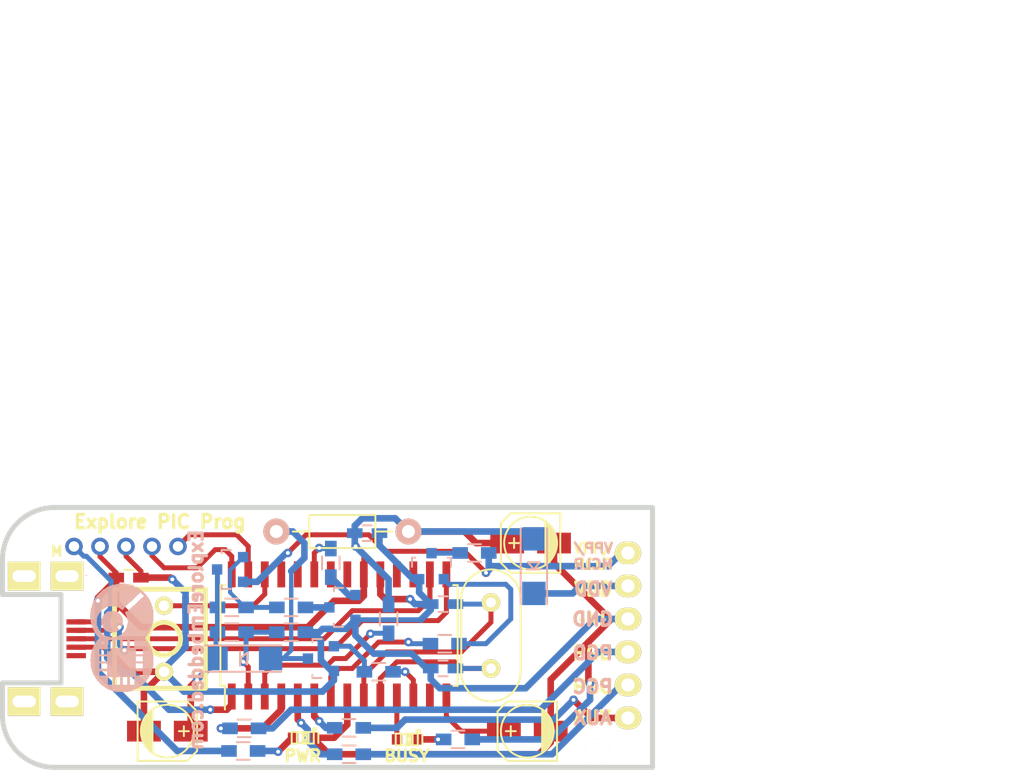
<source format=kicad_pcb>
(kicad_pcb (version 4) (host pcbnew "(2015-01-16 BZR 5376)-product")
  (title_block (date "17 may 2013"))
  (layers (0 Front signal) (31 Back signal) (34 B.Paste user) (35 F.Paste user) (36 B.SilkS user) (37 F.SilkS user) (38 B.Mask user) (39 F.Mask user) (44 Edge.Cuts user))
  (net 0 "")
  (net 1 /+5V)
  (net 2 /BUSY)
  (net 3 /D+)
  (net 4 /D-)
  (net 5 /ICSP_AUX)
  (net 6 /ICSP_PGC)
  (net 7 /ICSP_PGD)
  (net 8 /ICSP_VDD)
  (net 9 /ICSP_VPP)
  (net 10 /MCLR)
  (net 11 /START_BT)
  (net 12 /VDD_FD)
  (net 13 /VPP_FD)
  (net 14 /VPP_ON)
  (net 15 /VPP_PUMP)
  (net 16 GND)
  (net 17 "Net-(20Mhz1-Pad1)")
  (net 18 "Net-(20Mhz1-Pad2)")
  (net 19 "Net-(C4-Pad1)")
  (net 20 "Net-(C7-Pad1)")
  (net 21 "Net-(D1-Pad2)")
  (net 22 "Net-(D3-Pad1)")
  (net 23 "Net-(D4-Pad1)")
  (net 24 "Net-(U1-Pad13)")
  (net 25 "Net-(U1-Pad17)")
  (net 26 "Net-(U1-Pad18)")
  (net 27 "Net-(U1-Pad21)")
  (net 28 "Net-(U1-Pad22)")
  (net 29 "Net-(U1-Pad24)")
  (net 30 "Net-(U1-Pad25)")
  (net 31 "Net-(Q2-Pad1)")
  (net 32 "Net-(Q3-Pad1)")
  (net 33 "Net-(Q3-Pad3)")
  (net 34 "Net-(Q4-Pad1)")
  (net 35 "Net-(Q4-Pad3)")
  (net 36 "Net-(R2-Pad1)")
  (net 37 "Net-(R3-Pad1)")
  (net 38 "Net-(R4-Pad1)")
  (net 39 "Net-(Q1-Pad1)")
  (net 40 /PGD)
  (net 41 /PGC)
  (net 42 /ICSP_MCLR)
  (module Pin_Headers:Pin_Header_Straight_1x05_Pitch2.00mm (layer Front) (at 115.5 63 90)
    (fp_text reference P7 hide)
    (fp_text value CONN_01X05 hide)
    (pad 1 thru_hole circle (at 0 0 90) (size 1.35 1.35) (drill 0.8) (layers *.Cu *.Mask) (net 10 /MCLR))
    (pad 2 thru_hole circle (at 0 2 90) (size 1.35 1.35) (drill 0.8) (layers *.Cu *.Mask) (net 1 /+5V))
    (pad 3 thru_hole circle (at 0 4 90) (size 1.35 1.35) (drill 0.8) (layers *.Cu *.Mask) (net 16 GND))
    (pad 4 thru_hole circle (at 0 6 90) (size 1.35 1.35) (drill 0.8) (layers *.Cu *.Mask) (net 40 /PGD))
    (pad 5 thru_hole circle (at 0 8 90) (size 1.35 1.35) (drill 0.8) (layers *.Cu *.Mask) (net 41 /PGC))
  )
  (module Connect:1pin (layer Front) (at 155.75 78.75)
    (fp_text reference P4 hide)
    (fp_text value CONN_01X01 hide)
    (pad "" np_thru_hole circle (at 0 0) (size 2 2) (drill 2) (layers *.Cu *.Mask F.SilkS))
  )
  (module Connect:1pin (layer Front) (at 155.75 61.25)
    (fp_text reference P3 hide)
    (fp_text value CONN_01X01 hide)
    (pad "" np_thru_hole circle (at 0 0) (size 2 2) (drill 2) (layers *.Cu *.Mask F.SilkS))
  )
  (module Connect:1pin (layer Front) (at 113 78)
    (fp_text reference P5 hide)
    (fp_text value CONN_01X01 hide)
    (pad "" np_thru_hole circle (at 0 0) (size 2 2) (drill 2) (layers *.Cu *.Mask F.SilkS))
  )
  (module Connect:1pin (layer Front) (at 113 62)
    (fp_text reference P6 hide)
    (fp_text value CONN_01X01 hide)
    (pad "" np_thru_hole circle (at 0 0) (size 2 2) (drill 2) (layers *.Cu *.Mask F.SilkS))
  )
  (module EE:USB_Micro-B_SMD_NEW (layer Front) (at 115.57 70.104)
    (fp_text reference J1 hide)
    (fp_text value USB_2 hide)
    (pad 1 smd rect (at 0.1 -1.3) (size 1.5 0.4) (layers Front F.Paste F.Mask) (net 1 /+5V))
    (pad 2 smd rect (at 0.1 -0.65) (size 1.5 0.4) (layers Front F.Paste F.Mask) (net 4 /D-))
    (pad 3 smd rect (at 0.1 0) (size 1.5 0.4) (layers Front F.Paste F.Mask) (net 3 /D+))
    (pad 4 smd rect (at 0.1 0.65) (size 1.5 0.4) (layers Front F.Paste F.Mask) (net 16 GND))
    (pad 5 smd rect (at 0.1 1.3) (size 1.5 0.4) (layers Front F.Paste F.Mask))
    (pad "" thru_hole rect (at -0.6 -4.825) (size 2.5 2.2) (drill oval 1.8 0.9) (layers *.Cu *.Mask F.SilkS))
    (pad "" thru_hole rect (at -3.9 -4.825) (size 2.5 2.2) (drill oval 1.8 0.9) (layers *.Cu *.Mask F.SilkS))
    (pad "" thru_hole rect (at -0.6 4.825) (size 2.5 2.2) (drill oval 1.8 0.9) (layers *.Cu *.Mask F.SilkS))
    (pad "" thru_hole rect (at -3.9 4.825) (size 2.5 2.2) (drill oval 1.8 0.9) (layers *.Cu *.Mask F.SilkS))
  )
  (module Pin_Headers:Pin_Header_Straight_1x06 (layer Front) (at 158.115 63.5)
    (fp_text reference P2 hide)
    (fp_text value CONN_6 hide)
    (pad 1 thru_hole oval (at 0 0) (size 2.032 1.7272) (drill 1.016) (layers *.Cu *.Mask F.SilkS) (net 9 /ICSP_VPP))
    (pad 2 thru_hole oval (at 0 2.54) (size 2.032 1.7272) (drill 1.016) (layers *.Cu *.Mask F.SilkS) (net 8 /ICSP_VDD))
    (pad 3 thru_hole oval (at 0 5.08) (size 2.032 1.7272) (drill 1.016) (layers *.Cu *.Mask F.SilkS) (net 16 GND))
    (pad 4 thru_hole oval (at 0 7.62) (size 2.032 1.7272) (drill 1.016) (layers *.Cu *.Mask F.SilkS) (net 7 /ICSP_PGD))
    (pad 5 thru_hole oval (at 0 10.16) (size 2.032 1.7272) (drill 1.016) (layers *.Cu *.Mask F.SilkS) (net 6 /ICSP_PGC))
    (pad 6 thru_hole oval (at 0 12.7) (size 2.032 1.7272) (drill 1.016) (layers *.Cu *.Mask F.SilkS) (net 5 /ICSP_AUX))
  )
  (module Resistors_ThroughHole:Resistor_Horizontal_RM10mm (layer Front) (at 141.224 61.849 180)
    (fp_text reference L1 hide)
    (fp_text value 680uH hide)
    (pad 1 thru_hole circle (at 0 0 180) (size 1.99898 1.99898) (drill 1.00076) (layers *.Cu *.SilkS *.Mask) (net 1 /+5V))
    (pad 2 thru_hole circle (at 10.16 0 180) (size 1.99898 1.99898) (drill 1.00076) (layers *.Cu *.SilkS *.Mask) (net 23 "Net-(D4-Pad1)"))
  )
  (module EE:SW_PUSH_SMALL_2pin_3D_xl (layer Front) (at 122.428 70.104 90)
    (fp_text reference SW1 hide)
    (fp_text value SPST hide)
    (pad 1 thru_hole circle (at -2.54 0 90) (size 1.397 1.397) (drill 0.8128) (layers *.Cu *.Mask F.SilkS) (net 16 GND))
    (pad 2 thru_hole circle (at 2.54 0 90) (size 1.397 1.397) (drill 0.8128) (layers *.Cu *.Mask F.SilkS) (net 11 /START_BT))
  )
  (module Housings_SOIC:SOIC-28_7.5x17.9mm_Pitch1.27mm (layer Front) (at 135.89 69.85 90)
    (fp_text reference U1 hide)
    (fp_text value PIC18F2550 hide)
    (pad 1 smd rect (at -4.7 -8.255 90) (size 2 0.6) (layers Front F.Paste F.Mask) (net 10 /MCLR))
    (pad 2 smd rect (at -4.7 -6.985 90) (size 2 0.6) (layers Front F.Paste F.Mask) (net 13 /VPP_FD))
    (pad 3 smd rect (at -4.7 -5.715 90) (size 2 0.6) (layers Front F.Paste F.Mask) (net 12 /VDD_FD))
    (pad 4 smd rect (at -4.7 -4.445 90) (size 2 0.6) (layers Front F.Paste F.Mask) (net 38 "Net-(R4-Pad1)"))
    (pad 5 smd rect (at -4.7 -3.175 90) (size 2 0.6) (layers Front F.Paste F.Mask) (net 37 "Net-(R3-Pad1)"))
    (pad 6 smd rect (at -4.7 -1.905 90) (size 2 0.6) (layers Front F.Paste F.Mask) (net 36 "Net-(R2-Pad1)"))
    (pad 7 smd rect (at -4.7 -0.635 90) (size 2 0.6) (layers Front F.Paste F.Mask) (net 42 /ICSP_MCLR))
    (pad 8 smd rect (at -4.7 0.635 90) (size 2 0.6) (layers Front F.Paste F.Mask) (net 16 GND))
    (pad 9 smd rect (at -4.7 1.905 90) (size 2 0.6) (layers Front F.Paste F.Mask) (net 18 "Net-(20Mhz1-Pad2)"))
    (pad 10 smd rect (at -4.7 3.175 90) (size 2 0.6) (layers Front F.Paste F.Mask) (net 17 "Net-(20Mhz1-Pad1)"))
    (pad 11 smd rect (at -4.7 4.445 90) (size 2 0.6) (layers Front F.Paste F.Mask) (net 2 /BUSY))
    (pad 12 smd rect (at -4.7 5.715 90) (size 2 0.6) (layers Front F.Paste F.Mask) (net 15 /VPP_PUMP))
    (pad 13 smd rect (at -4.7 6.985 90) (size 2 0.6) (layers Front F.Paste F.Mask) (net 24 "Net-(U1-Pad13)"))
    (pad 14 smd rect (at -4.7 8.255 90) (size 2 0.6) (layers Front F.Paste F.Mask) (net 19 "Net-(C4-Pad1)"))
    (pad 15 smd rect (at 4.7 8.255 90) (size 2 0.6) (layers Front F.Paste F.Mask) (net 4 /D-))
    (pad 16 smd rect (at 4.7 6.985 90) (size 2 0.6) (layers Front F.Paste F.Mask) (net 3 /D+))
    (pad 17 smd rect (at 4.7 5.715 90) (size 2 0.6) (layers Front F.Paste F.Mask) (net 25 "Net-(U1-Pad17)"))
    (pad 18 smd rect (at 4.7 4.445 90) (size 2 0.6) (layers Front F.Paste F.Mask) (net 26 "Net-(U1-Pad18)"))
    (pad 19 smd rect (at 4.7 3.175 90) (size 2 0.6) (layers Front F.Paste F.Mask) (net 16 GND))
    (pad 20 smd rect (at 4.7 1.905 90) (size 2 0.6) (layers Front F.Paste F.Mask) (net 1 /+5V))
    (pad 21 smd rect (at 4.7 0.635 90) (size 2 0.6) (layers Front F.Paste F.Mask) (net 27 "Net-(U1-Pad21)"))
    (pad 22 smd rect (at 4.7 -0.635 90) (size 2 0.6) (layers Front F.Paste F.Mask) (net 28 "Net-(U1-Pad22)"))
    (pad 23 smd rect (at 4.7 -1.905 90) (size 2 0.6) (layers Front F.Paste F.Mask) (net 14 /VPP_ON))
    (pad 24 smd rect (at 4.7 -3.175 90) (size 2 0.6) (layers Front F.Paste F.Mask) (net 29 "Net-(U1-Pad24)"))
    (pad 25 smd rect (at 4.7 -4.445 90) (size 2 0.6) (layers Front F.Paste F.Mask) (net 30 "Net-(U1-Pad25)"))
    (pad 26 smd rect (at 4.7 -5.715 90) (size 2 0.6) (layers Front F.Paste F.Mask) (net 11 /START_BT))
    (pad 27 smd rect (at 4.7 -6.985 90) (size 2 0.6) (layers Front F.Paste F.Mask) (net 41 /PGC))
    (pad 28 smd rect (at 4.7 -8.255 90) (size 2 0.6) (layers Front F.Paste F.Mask) (net 40 /PGD))
  )
  (module Capacitors_SMD:C_0603_HandSoldering (layer Back) (at 138.049 61.976)
    (fp_text reference C1 hide)
    (fp_text value 0.1uF hide)
    (pad 1 smd rect (at -0.95 0) (size 1.2 0.75) (layers Back B.Paste B.Mask) (net 1 /+5V))
    (pad 2 smd rect (at 0.95 0) (size 1.2 0.75) (layers Back B.Paste B.Mask) (net 16 GND))
  )
  (module Capacitors_SMD:C_0603_HandSoldering (layer Front) (at 119.7 65.4)
    (fp_text reference C3 hide)
    (fp_text value 0.1uF hide)
    (pad 1 smd rect (at -0.95 0) (size 1.2 0.75) (layers Front F.Paste F.Mask) (net 1 /+5V))
    (pad 2 smd rect (at 0.95 0) (size 1.2 0.75) (layers Front F.Paste F.Mask) (net 16 GND))
  )
  (module Capacitors_SMD:C_0603_HandSoldering (layer Back) (at 143.891 67.437 180)
    (fp_text reference C5 hide)
    (fp_text value 22pf hide)
    (pad 1 smd rect (at -0.95 0 180) (size 1.2 0.75) (layers Back B.Paste B.Mask) (net 18 "Net-(20Mhz1-Pad2)"))
    (pad 2 smd rect (at 0.95 0 180) (size 1.2 0.75) (layers Back B.Paste B.Mask) (net 16 GND))
  )
  (module Capacitors_SMD:C_0603_HandSoldering (layer Back) (at 143.891 72.39 180)
    (fp_text reference C6 hide)
    (fp_text value 22pF hide)
    (pad 1 smd rect (at -0.95 0 180) (size 1.2 0.75) (layers Back B.Paste B.Mask) (net 17 "Net-(20Mhz1-Pad1)"))
    (pad 2 smd rect (at 0.95 0 180) (size 1.2 0.75) (layers Back B.Paste B.Mask) (net 16 GND))
  )
  (module Resistors_SMD:R_0603_HandSoldering (layer Back) (at 128.524 78.74)
    (fp_text reference R1 hide)
    (fp_text value 220 hide)
    (pad 1 smd rect (at -1.1 0) (size 1.2 0.9) (layers Back B.Paste B.Mask) (net 1 /+5V))
    (pad 2 smd rect (at 1.1 0) (size 1.2 0.9) (layers Back B.Paste B.Mask) (net 22 "Net-(D3-Pad1)"))
  )
  (module Resistors_SMD:R_0603_HandSoldering (layer Back) (at 136.652 76.962)
    (fp_text reference R2 hide)
    (fp_text value 33 hide)
    (pad 1 smd rect (at -1.1 0) (size 1.2 0.9) (layers Back B.Paste B.Mask) (net 36 "Net-(R2-Pad1)"))
    (pad 2 smd rect (at 1.1 0) (size 1.2 0.9) (layers Back B.Paste B.Mask) (net 5 /ICSP_AUX))
  )
  (module Resistors_SMD:R_0603_HandSoldering (layer Back) (at 136.652 78.994)
    (fp_text reference R3 hide)
    (fp_text value 33 hide)
    (pad 1 smd rect (at -1.1 0) (size 1.2 0.9) (layers Back B.Paste B.Mask) (net 37 "Net-(R3-Pad1)"))
    (pad 2 smd rect (at 1.1 0) (size 1.2 0.9) (layers Back B.Paste B.Mask) (net 6 /ICSP_PGC))
  )
  (module Resistors_SMD:R_0603_HandSoldering (layer Back) (at 128.6 77)
    (fp_text reference R4 hide)
    (fp_text value 33 hide)
    (pad 1 smd rect (at -1.1 0) (size 1.2 0.9) (layers Back B.Paste B.Mask) (net 38 "Net-(R4-Pad1)"))
    (pad 2 smd rect (at 1.1 0) (size 1.2 0.9) (layers Back B.Paste B.Mask) (net 7 /ICSP_PGD))
  )
  (module Resistors_SMD:R_0603_HandSoldering (layer Back) (at 145.034 77.851)
    (fp_text reference R5 hide)
    (fp_text value 220 hide)
    (pad 1 smd rect (at -1.1 0) (size 1.2 0.9) (layers Back B.Paste B.Mask) (net 21 "Net-(D1-Pad2)"))
    (pad 2 smd rect (at 1.1 0) (size 1.2 0.9) (layers Back B.Paste B.Mask) (net 16 GND))
  )
  (module Resistors_SMD:R_0603_HandSoldering (layer Back) (at 127.635 67.691)
    (fp_text reference R6 hide)
    (fp_text value 100k hide)
    (pad 1 smd rect (at -1.1 0) (size 1.2 0.9) (layers Back B.Paste B.Mask) (net 20 "Net-(C7-Pad1)"))
    (pad 2 smd rect (at 1.1 0) (size 1.2 0.9) (layers Back B.Paste B.Mask) (net 39 "Net-(Q1-Pad1)"))
  )
  (module Resistors_SMD:R_0603_HandSoldering (layer Back) (at 127.635 69.596)
    (fp_text reference R7 hide)
    (fp_text value 4.7k hide)
    (pad 1 smd rect (at -1.1 0) (size 1.2 0.9) (layers Back B.Paste B.Mask) (net 20 "Net-(C7-Pad1)"))
    (pad 2 smd rect (at 1.1 0) (size 1.2 0.9) (layers Back B.Paste B.Mask) (net 13 /VPP_FD))
  )
  (module Resistors_SMD:R_0603_HandSoldering (layer Back) (at 132.207 67.691)
    (fp_text reference R8 hide)
    (fp_text value 10k hide)
    (pad 1 smd rect (at -1.1 0) (size 1.2 0.9) (layers Back B.Paste B.Mask) (net 39 "Net-(Q1-Pad1)"))
    (pad 2 smd rect (at 1.1 0) (size 1.2 0.9) (layers Back B.Paste B.Mask) (net 33 "Net-(Q3-Pad3)"))
  )
  (module Resistors_SMD:R_0603_HandSoldering (layer Back) (at 146.304 63.5 180)
    (fp_text reference R9 hide)
    (fp_text value 100 hide)
    (pad 1 smd rect (at -1.1 0 180) (size 1.2 0.9) (layers Back B.Paste B.Mask) (net 9 /ICSP_VPP))
    (pad 2 smd rect (at 1.1 0 180) (size 1.2 0.9) (layers Back B.Paste B.Mask) (net 35 "Net-(Q4-Pad3)"))
  )
  (module Resistors_SMD:R_0603_HandSoldering (layer Back) (at 138.938 72.644 180)
    (fp_text reference R10 hide)
    (fp_text value 1K hide)
    (pad 1 smd rect (at -1.1 0 180) (size 1.2 0.9) (layers Back B.Paste B.Mask) (net 15 /VPP_PUMP))
    (pad 2 smd rect (at 1.1 0 180) (size 1.2 0.9) (layers Back B.Paste B.Mask) (net 31 "Net-(Q2-Pad1)"))
  )
  (module Resistors_SMD:R_0603_HandSoldering (layer Back) (at 135.255 64.262 270)
    (fp_text reference R11 hide)
    (fp_text value 10k hide)
    (pad 1 smd rect (at -1.1 0 270) (size 1.2 0.9) (layers Back B.Paste B.Mask) (net 14 /VPP_ON))
    (pad 2 smd rect (at 1.1 0 270) (size 1.2 0.9) (layers Back B.Paste B.Mask) (net 32 "Net-(Q3-Pad1)"))
  )
  (module Resistors_SMD:R_0603_HandSoldering (layer Back) (at 132.2 69.6)
    (fp_text reference R12 hide)
    (fp_text value 2.2k hide)
    (pad 1 smd rect (at -1.1 0) (size 1.2 0.9) (layers Back B.Paste B.Mask) (net 13 /VPP_FD))
    (pad 2 smd rect (at 1.1 0) (size 1.2 0.9) (layers Back B.Paste B.Mask) (net 16 GND))
  )
  (module Resistors_SMD:R_0603_HandSoldering (layer Back) (at 144.018 70.485)
    (fp_text reference R13 hide)
    (fp_text value 10k hide)
    (pad 1 smd rect (at -1.1 0) (size 1.2 0.9) (layers Back B.Paste B.Mask) (net 42 /ICSP_MCLR))
    (pad 2 smd rect (at 1.1 0) (size 1.2 0.9) (layers Back B.Paste B.Mask) (net 34 "Net-(Q4-Pad1)"))
  )
  (module Resistors_SMD:R_0603_HandSoldering (layer Back) (at 139.7 68.58 270)
    (fp_text reference R14 hide)
    (fp_text value 4.7k hide)
    (pad 1 smd rect (at -1.1 0 270) (size 1.2 0.9) (layers Back B.Paste B.Mask) (net 1 /+5V))
    (pad 2 smd rect (at 1.1 0 270) (size 1.2 0.9) (layers Back B.Paste B.Mask) (net 12 /VDD_FD))
  )
  (module EE:LED-0603_NEW (layer Front) (at 141.097 77.851)
    (fp_text reference D1 hide)
    (fp_text value LED-Red hide)
    (pad 1 smd rect (at -0.7493 0) (size 0.79756 0.79756) (layers Front F.Paste F.Mask) (net 2 /BUSY))
    (pad 2 smd rect (at 0.7493 0) (size 0.79756 0.79756) (layers Front F.Paste F.Mask) (net 21 "Net-(D1-Pad2)"))
  )
  (module EE:LED-0603_NEW (layer Front) (at 133.096 77.724)
    (fp_text reference D3 hide)
    (fp_text value LED-Green hide)
    (pad 1 smd rect (at -0.7493 0) (size 0.79756 0.79756) (layers Front F.Paste F.Mask) (net 22 "Net-(D3-Pad1)"))
    (pad 2 smd rect (at 0.7493 0) (size 0.79756 0.79756) (layers Front F.Paste F.Mask) (net 16 GND))
  )
  (module Crystals:HC-49V (layer Front) (at 147.574 72.39 90)
    (fp_text reference 20Mhz1 hide)
    (fp_text value CRYSTAL hide)
    (pad 1 thru_hole circle (at 0 0 90) (size 1.4224 1.4224) (drill 0.762) (layers *.Cu *.Mask F.SilkS) (net 17 "Net-(20Mhz1-Pad1)"))
    (pad 2 thru_hole circle (at 5.08 0 90) (size 1.4224 1.4224) (drill 0.762) (layers *.Cu *.Mask F.SilkS) (net 18 "Net-(20Mhz1-Pad2)"))
  )
  (module Capacitors_SMD:c_elec_4x5.8 (layer Front) (at 150.622 62.738 180)
    (fp_text reference C2 hide)
    (fp_text value "10uF, 50V" hide)
    (pad 1 smd rect (at 1.80086 0 180) (size 2.60096 1.6002) (layers Front F.Paste F.Mask) (net 1 /+5V))
    (pad 2 smd rect (at -1.80086 0 180) (size 2.60096 1.6002) (layers Front F.Paste F.Mask) (net 16 GND))
  )
  (module Capacitors_SMD:c_elec_4x5.8 (layer Front) (at 150.368 77.216 180)
    (fp_text reference C4 hide)
    (fp_text value 47uF,25V hide)
    (pad 1 smd rect (at 1.80086 0 180) (size 2.60096 1.6002) (layers Front F.Paste F.Mask) (net 19 "Net-(C4-Pad1)"))
    (pad 2 smd rect (at -1.80086 0 180) (size 2.60096 1.6002) (layers Front F.Paste F.Mask) (net 16 GND))
  )
  (module Capacitors_SMD:c_elec_4x5.8 (layer Front) (at 122.682 77.216)
    (fp_text reference C7 hide)
    (fp_text value 47uF,25V hide)
    (pad 1 smd rect (at 1.80086 0) (size 2.60096 1.6002) (layers Front F.Paste F.Mask) (net 20 "Net-(C7-Pad1)"))
    (pad 2 smd rect (at -1.80086 0) (size 2.60096 1.6002) (layers Front F.Paste F.Mask) (net 16 GND))
  )
  (module TO_SOT_Packages_SMD:SOT-23 (layer Back) (at 127.508 64.77 270)
    (fp_text reference Q1 hide)
    (fp_text value BC857 hide)
    (pad 1 smd rect (at -0.95 -1.00076 270) (size 0.8001 0.8001) (layers Back B.Paste B.Mask) (net 39 "Net-(Q1-Pad1)"))
    (pad 2 smd rect (at 0.95 -1.00076 270) (size 0.8001 0.8001) (layers Back B.Paste B.Mask) (net 9 /ICSP_VPP))
    (pad 3 smd rect (at 0 0.99822 270) (size 0.8001 0.8001) (layers Back B.Paste B.Mask) (net 20 "Net-(C7-Pad1)"))
  )
  (module TO_SOT_Packages_SMD:SOT-23 (layer Back) (at 134.493 71.628 270)
    (fp_text reference Q2 hide)
    (fp_text value BC849 hide)
    (pad 1 smd rect (at -0.95 -1.00076 270) (size 0.8001 0.8001) (layers Back B.Paste B.Mask) (net 31 "Net-(Q2-Pad1)"))
    (pad 2 smd rect (at 0.95 -1.00076 270) (size 0.8001 0.8001) (layers Back B.Paste B.Mask) (net 16 GND))
    (pad 3 smd rect (at 0 0.99822 270) (size 0.8001 0.8001) (layers Back B.Paste B.Mask) (net 23 "Net-(D4-Pad1)"))
  )
  (module TO_SOT_Packages_SMD:SOT-23 (layer Back) (at 136.144 67.691 270)
    (fp_text reference Q3 hide)
    (fp_text value BC849 hide)
    (pad 1 smd rect (at -0.95 -1.00076 270) (size 0.8001 0.8001) (layers Back B.Paste B.Mask) (net 32 "Net-(Q3-Pad1)"))
    (pad 2 smd rect (at 0.95 -1.00076 270) (size 0.8001 0.8001) (layers Back B.Paste B.Mask) (net 16 GND))
    (pad 3 smd rect (at 0 0.99822 270) (size 0.8001 0.8001) (layers Back B.Paste B.Mask) (net 33 "Net-(Q3-Pad3)"))
  )
  (module TO_SOT_Packages_SMD:SOT-23 (layer Back) (at 143.002 64.516 180)
    (fp_text reference Q4 hide)
    (fp_text value BC849 hide)
    (pad 1 smd rect (at -0.95 -1.00076 180) (size 0.8001 0.8001) (layers Back B.Paste B.Mask) (net 34 "Net-(Q4-Pad1)"))
    (pad 2 smd rect (at 0.95 -1.00076 180) (size 0.8001 0.8001) (layers Back B.Paste B.Mask) (net 16 GND))
    (pad 3 smd rect (at 0 0.99822 180) (size 0.8001 0.8001) (layers Back B.Paste B.Mask) (net 35 "Net-(Q4-Pad3)"))
  )
  (module EE:ZenerDiode_SMD_Small (layer Back) (at 150.876 64.516 90)
    (fp_text reference D2 hide)
    (fp_text value 1n4148 hide)
    (pad 2 smd rect (at -2.1 0 90) (size 1.8 1.8) (layers Back B.Paste B.Mask) (net 8 /ICSP_VDD))
    (pad 1 smd rect (at 2.1 0 90) (size 1.8 1.8) (layers Back B.Paste B.Mask) (net 1 /+5V))
  )
  (module EE:ZenerDiode_SMD_Small (layer Back) (at 128.524 71.628)
    (fp_text reference D4 hide)
    (fp_text value 1N4148 hide)
    (pad 2 smd rect (at -2.1 0) (size 1.8 1.8) (layers Back B.Paste B.Mask) (net 20 "Net-(C7-Pad1)"))
    (pad 1 smd rect (at 2.1 0) (size 1.8 1.8) (layers Back B.Paste B.Mask) (net 23 "Net-(D4-Pad1)"))
  )
  (module "Lgo:LOGO (2)" (layer Back) (at 116.4 65.2 270)
    (fp_text reference P1 hide)
    (fp_text value CONN_01X01 hide)
  )
  (gr_line (start 114.5 66.7) (end 114.5 73.5) (angle 90) (layer Edge.Cuts) (width 0.381))
  (gr_line (start 110 66.7) (end 110 66.4) (angle 90) (layer Edge.Cuts) (width 0.381))
  (gr_line (start 114.5 66.7) (end 110 66.7) (angle 90) (layer Edge.Cuts) (width 0.381))
  (gr_text M (at 114.173 63.373) (layer F.SilkS) (effects (font (size 0.762 0.762) (thickness 0.1905))))
  (gr_text ExploreEmbedded.com (at 124.9 70.2 90) (layer B.SilkS) (effects (font (size 1.016 1.016) (thickness 0.254)) (justify mirror)))
  (gr_text BUSY (at 141.097 79.121) (layer F.SilkS) (effects (font (size 0.889 0.889) (thickness 0.22225))))
  (gr_text PWR (at 133.096 79.121) (layer F.SilkS) (effects (font (size 0.889 0.889) (thickness 0.22225))))
  (gr_line (start 110 73.5) (end 110 76) (angle 90) (layer Edge.Cuts) (width 0.381))
  (gr_line (start 110 66.5) (end 110 64) (angle 90) (layer Edge.Cuts) (width 0.381))
  (gr_line (start 114.5 73.5) (end 110 73.5) (angle 90) (layer Edge.Cuts) (width 0.381))
  (gr_line (start 114 80) (end 160 80) (angle 90) (layer Edge.Cuts) (width 0.381))
  (gr_line (start 114 60) (end 160 60) (angle 90) (layer Edge.Cuts) (width 0.381))
  (gr_arc (start 114 76) (end 114 80) (angle 90) (layer Edge.Cuts) (width 0.381))
  (gr_arc (start 114 64) (end 110 64) (angle 90) (layer Edge.Cuts) (width 0.381))
  (gr_text "VPP/\nMCLR" (at 155.448 63.754) (layer B.SilkS) (effects (font (size 0.762 0.762) (thickness 0.1905)) (justify mirror)))
  (gr_text VDD (at 155.448 66.294) (layer B.SilkS) (effects (font (size 1.016 1.016) (thickness 0.254)) (justify mirror)))
  (gr_text GND (at 155.4 68.6) (layer B.SilkS) (effects (font (size 1.016 1.016) (thickness 0.254)) (justify mirror)))
  (gr_text PGD (at 155.4 71.2) (layer B.SilkS) (effects (font (size 1.016 1.016) (thickness 0.254)) (justify mirror)))
  (gr_text PGC (at 155.4 73.8) (layer B.SilkS) (effects (font (size 1.016 1.016) (thickness 0.254)) (justify mirror)))
  (gr_text AUX (at 155.4 76.2) (layer B.SilkS) (effects (font (size 1.016 1.016) (thickness 0.254)) (justify mirror)))
  (gr_text AUX (at 155.4 76.2) (layer F.SilkS) (effects (font (size 1.016 1.016) (thickness 0.254))))
  (gr_text PGC (at 155.4 73.8) (layer F.SilkS) (effects (font (size 1.016 1.016) (thickness 0.254))))
  (gr_text PGD (at 155.4 71.2) (layer F.SilkS) (effects (font (size 1.016 1.016) (thickness 0.254))))
  (gr_text GND (at 155.4 68.6) (layer F.SilkS) (effects (font (size 1.016 1.016) (thickness 0.254))))
  (gr_text VDD (at 155.448 66.294) (layer F.SilkS) (effects (font (size 1.016 1.016) (thickness 0.254))))
  (gr_text "VPP/\nMCLR" (at 155.448 63.754) (layer F.SilkS) (effects (font (size 0.762 0.762) (thickness 0.1905))))
  (gr_line (start 160 80) (end 160 60) (angle 90) (layer Edge.Cuts) (width 0.381))
  (gr_text "Explore PIC Prog" (at 122.1 61.1) (layer F.SilkS) (effects (font (size 1.016 1.016) (thickness 0.254))))
  (gr_text " " (at 151.62108 80.01734 90) (layer Back) (effects (font (size 2.032 1.524) (thickness 0.3048)) (justify mirror)))
  (gr_text " " (at 150.22154 59.81672 90) (layer Front) (effects (font (size 2.032 1.524) (thickness 0.3048))))
  (segment (start 118.75 65.4) (end 118.75 65.029) (width 0.381) (layer Front) (net 1))
  (segment (start 118.75 65.029) (end 117.5 63.779) (width 0.381) (layer Front) (net 1))
  (segment (start 117.5 63.779) (end 117.5 63) (width 0.381) (layer Front) (net 1))
  (segment (start 118.75 67.056) (end 118.75 67.813) (width 0.508) (layer Front) (net 1))
  (segment (start 117.759 68.804) (end 115.67 68.804) (width 0.381) (layer Front) (net 1))
  (segment (start 117.759 68.804) (end 118.618 67.945) (width 0.381) (layer Front) (net 1))
  (segment (start 118.75 67.813) (end 118.618 67.945) (width 0.508) (layer Front) (net 1))
  (segment (start 120.65 69.215) (end 118.75 67.315) (width 0.508) (layer Front) (net 1))
  (segment (start 137.795 65.15) (end 137.795 66.802) (width 0.508) (layer Front) (net 1))
  (segment (start 133.477 69.215) (end 120.65 69.215) (width 0.508) (layer Front) (net 1))
  (segment (start 135.509 67.183) (end 133.477 69.215) (width 0.508) (layer Front) (net 1))
  (segment (start 137.414 67.183) (end 135.509 67.183) (width 0.508) (layer Front) (net 1))
  (segment (start 137.795 66.802) (end 137.414 67.183) (width 0.508) (layer Front) (net 1))
  (segment (start 118.75 67.315) (end 118.75 67.056) (width 0.508) (layer Front) (net 1))
  (segment (start 118.75 67.056) (end 118.75 65.4) (width 0.508) (layer Front) (net 1))
  (segment (start 118.75 65.4) (end 118.75 65.55) (width 0.508) (layer Front) (net 1))
  (segment (start 118.75 65.55) (end 117.348 66.952) (width 0.508) (layer Front) (net 1))
  (segment (start 117.348 66.952) (end 117.348 67.183) (width 0.508) (layer Front) (net 1))
  (segment (start 149.098 61.849) (end 150.309 61.849) (width 0.508) (layer Back) (net 1))
  (segment (start 150.309 61.849) (end 150.876 62.416) (width 0.508) (layer Back) (net 1))
  (segment (start 150.876 62.416) (end 150.3 62.416) (width 0.381) (layer Back) (net 1))
  (segment (start 150.3 62.416) (end 149.733 61.849) (width 0.381) (layer Back) (net 1))
  (segment (start 149.733 61.849) (end 149.098 61.849) (width 0.508) (layer Back) (net 1))
  (segment (start 149.098 61.849) (end 141.224 61.849) (width 0.508) (layer Back) (net 1))
  (segment (start 127.424 78.74) (end 123.444 78.74) (width 0.508) (layer Back) (net 1))
  (via (at 117.348 67.183) (size 0.66) (drill 0.3) (layers Front Back) (net 1))
  (segment (start 117.348 72.644) (end 117.348 67.183) (width 0.508) (layer Back) (net 1))
  (segment (start 123.444 78.74) (end 117.348 72.644) (width 0.508) (layer Back) (net 1))
  (segment (start 139.7 67.48) (end 139.7 65.532) (width 0.508) (layer Back) (net 1))
  (segment (start 139.7 65.532) (end 137.16 62.992) (width 0.508) (layer Back) (net 1))
  (segment (start 148.82114 62.738) (end 146.431 62.738) (width 0.508) (layer Front) (net 1))
  (segment (start 145.542 61.849) (end 141.224 61.849) (width 0.508) (layer Front) (net 1))
  (segment (start 146.431 62.738) (end 145.542 61.849) (width 0.508) (layer Front) (net 1))
  (segment (start 137.099 61.976) (end 137.099 61.402) (width 0.508) (layer Back) (net 1))
  (segment (start 140.208 60.833) (end 141.224 61.849) (width 0.508) (layer Back) (net 1))
  (segment (start 137.668 60.833) (end 140.208 60.833) (width 0.508) (layer Back) (net 1))
  (segment (start 137.099 61.402) (end 137.668 60.833) (width 0.508) (layer Back) (net 1))
  (segment (start 137.795 65.15) (end 137.795 63.627) (width 0.381) (layer Front) (net 1))
  (segment (start 137.795 63.627) (end 137.16 62.992) (width 0.381) (layer Front) (net 1))
  (via (at 137.16 62.992) (size 0.66) (drill 0.3) (layers Front Back) (net 1))
  (segment (start 137.099 62.931) (end 137.099 61.976) (width 0.508) (layer Back) (net 1))
  (segment (start 137.16 62.992) (end 137.099 62.931) (width 0.381) (layer Back) (net 1))
  (segment (start 140.335 74.55) (end 140.335 77.8383) (width 0.381) (layer Front) (net 2))
  (segment (start 140.335 77.8383) (end 140.3477 77.851) (width 0.381) (layer Front) (net 2))
  (segment (start 142.875 65.15) (end 142.875 67.056) (width 0.381) (layer Front) (net 3))
  (segment (start 142.875 67.056) (end 141.986 67.945) (width 0.381) (layer Front) (net 3))
  (segment (start 136.906 67.945) (end 134.747 70.104) (width 0.381) (layer Front) (net 3))
  (segment (start 141.986 67.945) (end 136.906 67.945) (width 0.381) (layer Front) (net 3))
  (segment (start 142.875 67.056) (end 142.875 65.15) (width 0.381) (layer Front) (net 3))
  (segment (start 115.67 70.104) (end 134.747 70.104) (width 0.381) (layer Front) (net 3))
  (segment (start 143.51 68.707) (end 137.668 68.707) (width 0.381) (layer Front) (net 4))
  (segment (start 137.668 68.707) (end 135.509 70.866) (width 0.381) (layer Front) (net 4))
  (segment (start 144.145 68.072) (end 143.51 68.707) (width 0.381) (layer Front) (net 4))
  (segment (start 135.509 70.866) (end 119.507 70.866) (width 0.381) (layer Front) (net 4))
  (segment (start 119.507 70.866) (end 119.38 70.993) (width 0.381) (layer Front) (net 4))
  (via (at 119.38 70.993) (size 0.66) (drill 0.3) (layers Front Back) (net 4))
  (segment (start 119.38 70.993) (end 118.999 70.612) (width 0.381) (layer Back) (net 4))
  (segment (start 118.999 70.612) (end 118.999 69.215) (width 0.381) (layer Back) (net 4))
  (via (at 118.999 69.215) (size 0.66) (drill 0.3) (layers Front Back) (net 4))
  (segment (start 118.999 69.215) (end 118.76 69.454) (width 0.381) (layer Front) (net 4))
  (segment (start 118.76 69.454) (end 115.67 69.454) (width 0.381) (layer Front) (net 4))
  (segment (start 144.145 65.15) (end 144.145 68.072) (width 0.381) (layer Front) (net 4))
  (segment (start 137.752 76.962) (end 140.335 76.962) (width 0.508) (layer Back) (net 5))
  (segment (start 155.321 76.2) (end 158.115 76.2) (width 0.508) (layer Front) (net 5))
  (segment (start 153.924 74.803) (end 155.321 76.2) (width 0.508) (layer Front) (net 5))
  (via (at 153.924 74.803) (size 0.66) (drill 0.3) (layers Front Back) (net 5))
  (segment (start 152.4 76.327) (end 153.924 74.803) (width 0.508) (layer Back) (net 5))
  (segment (start 140.97 76.327) (end 152.4 76.327) (width 0.508) (layer Back) (net 5))
  (segment (start 140.335 76.962) (end 140.97 76.327) (width 0.508) (layer Back) (net 5))
  (segment (start 158.115 73.66) (end 157.607 73.66) (width 0.381) (layer Back) (net 6))
  (segment (start 157.607 73.66) (end 152.273 78.994) (width 0.508) (layer Back) (net 6))
  (segment (start 152.273 78.994) (end 151.384 78.994) (width 0.508) (layer Back) (net 6))
  (segment (start 137.752 78.994) (end 151.384 78.994) (width 0.508) (layer Back) (net 6))
  (segment (start 157.353 73.66) (end 158.115 73.66) (width 0.381) (layer Back) (net 6))
  (segment (start 129.7 77) (end 130.772 77) (width 0.508) (layer Back) (net 7))
  (segment (start 155.829 71.12) (end 158.115 71.12) (width 0.508) (layer Back) (net 7))
  (segment (start 151.384 75.565) (end 155.829 71.12) (width 0.508) (layer Back) (net 7))
  (segment (start 132.207 75.565) (end 151.384 75.565) (width 0.508) (layer Back) (net 7))
  (segment (start 130.772 77) (end 132.207 75.565) (width 0.508) (layer Back) (net 7))
  (segment (start 158.115 66.04) (end 154.432 66.04) (width 0.508) (layer Back) (net 8))
  (segment (start 153.856 66.616) (end 150.876 66.616) (width 0.508) (layer Back) (net 8))
  (segment (start 154.432 66.04) (end 153.856 66.616) (width 0.508) (layer Back) (net 8))
  (segment (start 128.50876 65.72) (end 129.606 65.72) (width 0.508) (layer Back) (net 9))
  (segment (start 133.35 62.103) (end 134.112 62.103) (width 0.381) (layer Front) (net 9))
  (segment (start 131.953 63.5) (end 133.35 62.103) (width 0.381) (layer Front) (net 9))
  (via (at 131.953 63.5) (size 0.66) (drill 0.3) (layers Front Back) (net 9))
  (segment (start 131.826 63.5) (end 131.953 63.5) (width 0.381) (layer Back) (net 9))
  (segment (start 129.606 65.72) (end 131.826 63.5) (width 0.508) (layer Back) (net 9))
  (segment (start 158.115 63.5) (end 157.607 63.5) (width 0.381) (layer Back) (net 9))
  (segment (start 157.607 63.5) (end 156.591 64.516) (width 0.508) (layer Back) (net 9))
  (segment (start 156.591 64.516) (end 147.701 64.516) (width 0.508) (layer Back) (net 9))
  (segment (start 147.701 64.516) (end 147.193 65.024) (width 0.508) (layer Back) (net 9))
  (segment (start 141.859 63.373) (end 145.542 63.373) (width 0.381) (layer Front) (net 9))
  (segment (start 134.112 62.103) (end 138.176 62.103) (width 0.381) (layer Front) (net 9))
  (segment (start 138.176 62.103) (end 139.446 63.373) (width 0.381) (layer Front) (net 9))
  (segment (start 139.446 63.373) (end 141.859 63.373) (width 0.381) (layer Front) (net 9))
  (segment (start 147.404 64.813) (end 147.404 63.5) (width 0.508) (layer Back) (net 9))
  (segment (start 147.193 65.024) (end 147.404 64.813) (width 0.381) (layer Back) (net 9))
  (via (at 147.193 65.024) (size 0.66) (drill 0.3) (layers Front Back) (net 9))
  (segment (start 145.542 63.373) (end 147.193 65.024) (width 0.381) (layer Front) (net 9))
  (segment (start 116.459 63.754) (end 116.254 63.754) (width 0.381) (layer Back) (net 10))
  (segment (start 118.364 65.659) (end 116.459 63.754) (width 0.381) (layer Back) (net 10))
  (segment (start 118.059202 68.961) (end 118.059202 68.122798) (width 0.508) (layer Back) (net 10))
  (segment (start 118.059202 71.577202) (end 118.059202 68.961) (width 0.508) (layer Back) (net 10))
  (segment (start 119.253 72.771) (end 118.059202 71.577202) (width 0.508) (layer Back) (net 10))
  (segment (start 120.015 72.771) (end 119.253 72.771) (width 0.508) (layer Back) (net 10))
  (segment (start 122.809 75.565) (end 120.015 72.771) (width 0.508) (layer Back) (net 10))
  (segment (start 125.984 75.565) (end 122.809 75.565) (width 0.508) (layer Back) (net 10))
  (via (at 125.984 75.565) (size 0.66) (drill 0.3) (layers Front Back) (net 10))
  (segment (start 127.254 75.565) (end 125.984 75.565) (width 0.508) (layer Front) (net 10))
  (segment (start 127.635 75.184) (end 127.254 75.565) (width 0.508) (layer Front) (net 10))
  (segment (start 118.364 67.818) (end 118.364 66.294) (width 0.508) (layer Back) (net 10))
  (segment (start 118.059202 68.122798) (end 118.364 67.818) (width 0.508) (layer Back) (net 10))
  (segment (start 118.364 66.294) (end 118.364 65.659) (width 0.381) (layer Back) (net 10))
  (segment (start 116.254 63.754) (end 115.5 63) (width 0.381) (layer Back) (net 10))
  (segment (start 127.635 74.55) (end 127.635 75.184) (width 0.508) (layer Front) (net 10))
  (segment (start 129.286 67.564) (end 130.175 66.675) (width 0.381) (layer Front) (net 11))
  (segment (start 130.175 66.675) (end 130.175 65.15) (width 0.381) (layer Front) (net 11))
  (segment (start 122.428 67.564) (end 129.286 67.564) (width 0.381) (layer Front) (net 11))
  (segment (start 133.985 72.136) (end 135.001 72.136) (width 0.381) (layer Front) (net 12))
  (segment (start 138.346 69.68) (end 139.7 69.68) (width 0.381) (layer Back) (net 12))
  (segment (start 138.303 69.723) (end 138.346 69.68) (width 0.381) (layer Back) (net 12))
  (via (at 138.303 69.723) (size 0.66) (drill 0.3) (layers Front Back) (net 12))
  (segment (start 136.398 71.628) (end 138.303 69.723) (width 0.381) (layer Front) (net 12))
  (segment (start 135.509 71.628) (end 136.398 71.628) (width 0.381) (layer Front) (net 12))
  (segment (start 135.001 72.136) (end 135.509 71.628) (width 0.381) (layer Front) (net 12))
  (segment (start 130.175 74.55) (end 130.175 72.771) (width 0.381) (layer Front) (net 12))
  (segment (start 130.81 72.136) (end 133.985 72.136) (width 0.381) (layer Front) (net 12))
  (segment (start 133.985 72.136) (end 134.112 72.136) (width 0.381) (layer Front) (net 12))
  (segment (start 130.175 72.771) (end 130.81 72.136) (width 0.381) (layer Front) (net 12))
  (segment (start 128.905 74.55) (end 128.905 72.263) (width 0.381) (layer Front) (net 13))
  (segment (start 128.735 71.671) (end 128.735 69.596) (width 0.381) (layer Back) (net 13))
  (segment (start 128.524 71.882) (end 128.735 71.671) (width 0.381) (layer Back) (net 13))
  (via (at 128.524 71.882) (size 0.66) (drill 0.3) (layers Front Back) (net 13))
  (segment (start 128.905 72.263) (end 128.524 71.882) (width 0.381) (layer Front) (net 13))
  (segment (start 131.1 69.6) (end 128.739 69.6) (width 0.381) (layer Back) (net 13))
  (segment (start 128.739 69.6) (end 128.735 69.596) (width 0.381) (layer Back) (net 13))
  (segment (start 133.985 65.15) (end 133.985 63.5) (width 0.381) (layer Front) (net 14))
  (segment (start 134.409 63.162) (end 135.255 63.162) (width 0.381) (layer Back) (net 14))
  (segment (start 134.366 63.119) (end 134.409 63.162) (width 0.381) (layer Back) (net 14))
  (via (at 134.366 63.119) (size 0.66) (drill 0.3) (layers Front Back) (net 14))
  (segment (start 133.985 63.5) (end 134.366 63.119) (width 0.381) (layer Front) (net 14))
  (segment (start 141.605 74.55) (end 141.605 73.279) (width 0.381) (layer Front) (net 15))
  (segment (start 140.97 72.644) (end 140.038 72.644) (width 0.381) (layer Back) (net 15))
  (via (at 140.97 72.644) (size 0.66) (drill 0.3) (layers Front Back) (net 15))
  (segment (start 141.605 73.279) (end 140.97 72.644) (width 0.381) (layer Front) (net 15))
  (segment (start 129.921 74.168) (end 123.952 74.168) (width 0.508) (layer Back) (net 16))
  (segment (start 123.952 74.168) (end 122.428 72.644) (width 0.508) (layer Back) (net 16))
  (segment (start 120.65 65.4) (end 120.65 64.897) (width 0.381) (layer Front) (net 16))
  (segment (start 119.5 63.747) (end 119.5 63) (width 0.381) (layer Front) (net 16))
  (segment (start 120.65 64.897) (end 119.5 63.747) (width 0.381) (layer Front) (net 16))
  (segment (start 124.079 66.929) (end 124.079 68.072) (width 0.508) (layer Back) (net 16))
  (segment (start 120.65 65.4) (end 122.931 65.4) (width 0.508) (layer Front) (net 16))
  (segment (start 124.079 66.548) (end 124.079 66.929) (width 0.508) (layer Back) (net 16))
  (segment (start 124.079 66.929) (end 124.079 67.437) (width 0.508) (layer Back) (net 16))
  (segment (start 123.063 65.532) (end 124.079 66.548) (width 0.508) (layer Back) (net 16))
  (via (at 123.063 65.532) (size 0.66) (drill 0.3) (layers Front Back) (net 16))
  (segment (start 122.931 65.4) (end 123.063 65.532) (width 0.508) (layer Front) (net 16))
  (segment (start 133.3 69.6) (end 134.362 69.6) (width 0.508) (layer Back) (net 16))
  (segment (start 136.44376 69.342) (end 137.14476 68.641) (width 0.508) (layer Back) (net 16))
  (segment (start 134.62 69.342) (end 136.44376 69.342) (width 0.508) (layer Back) (net 16))
  (segment (start 134.362 69.6) (end 134.62 69.342) (width 0.508) (layer Back) (net 16))
  (segment (start 133.8453 77.724) (end 133.858 77.724) (width 0.381) (layer Front) (net 16))
  (segment (start 133.858 77.724) (end 135.128 78.994) (width 0.508) (layer Front) (net 16))
  (segment (start 152.16886 78.08214) (end 152.16886 77.216) (width 0.508) (layer Front) (net 16))
  (segment (start 151.257 78.994) (end 152.16886 78.08214) (width 0.508) (layer Front) (net 16))
  (segment (start 135.128 78.994) (end 151.257 78.994) (width 0.508) (layer Front) (net 16))
  (segment (start 135.49376 73.29424) (end 135.49376 72.578) (width 0.508) (layer Back) (net 16))
  (segment (start 134.62 74.168) (end 135.49376 73.29424) (width 0.508) (layer Back) (net 16))
  (segment (start 129.921 74.168) (end 134.62 74.168) (width 0.508) (layer Back) (net 16))
  (segment (start 122.428 72.644) (end 122.428 72.39) (width 0.381) (layer Back) (net 16))
  (segment (start 122.428 72.39) (end 124.079 70.739) (width 0.508) (layer Back) (net 16))
  (segment (start 124.079 70.739) (end 124.079 68.072) (width 0.508) (layer Back) (net 16))
  (segment (start 124.079 68.072) (end 124.079 67.564) (width 0.508) (layer Back) (net 16))
  (segment (start 136.525 74.55) (end 136.525 76.708) (width 0.508) (layer Front) (net 16))
  (segment (start 135.509 77.724) (end 133.8453 77.724) (width 0.508) (layer Front) (net 16))
  (segment (start 136.525 76.708) (end 135.509 77.724) (width 0.508) (layer Front) (net 16))
  (segment (start 146.134 77.851) (end 152.146 77.851) (width 0.508) (layer Back) (net 16))
  (segment (start 155.067 73.406) (end 155.067 70.358) (width 0.508) (layer Front) (net 16))
  (segment (start 155.194 73.533) (end 155.067 73.406) (width 0.381) (layer Front) (net 16))
  (via (at 155.194 73.533) (size 0.66) (drill 0.3) (layers Front Back) (net 16))
  (segment (start 155.194 74.803) (end 155.194 73.533) (width 0.508) (layer Back) (net 16))
  (segment (start 152.146 77.851) (end 155.194 74.803) (width 0.508) (layer Back) (net 16))
  (segment (start 158.115 68.58) (end 156.845 68.58) (width 0.381) (layer Front) (net 16))
  (segment (start 152.16886 73.25614) (end 152.16886 77.216) (width 0.508) (layer Front) (net 16))
  (segment (start 156.845 68.58) (end 155.067 70.358) (width 0.508) (layer Front) (net 16))
  (segment (start 155.067 70.358) (end 152.16886 73.25614) (width 0.508) (layer Front) (net 16))
  (segment (start 137.14476 68.641) (end 142.179 68.641) (width 0.381) (layer Back) (net 16))
  (segment (start 142.179 68.641) (end 142.941 67.879) (width 0.508) (layer Back) (net 16))
  (segment (start 142.941 67.879) (end 142.941 67.437) (width 0.508) (layer Back) (net 16))
  (segment (start 139.065 65.15) (end 139.065 66.675) (width 0.508) (layer Front) (net 16))
  (segment (start 139.065 66.675) (end 139.446 67.056) (width 0.508) (layer Front) (net 16))
  (segment (start 139.446 67.056) (end 141.351 67.056) (width 0.508) (layer Front) (net 16))
  (via (at 141.351 67.056) (size 0.66) (drill 0.3) (layers Front Back) (net 16))
  (segment (start 141.351 67.056) (end 141.732 67.437) (width 0.508) (layer Back) (net 16))
  (segment (start 141.732 67.437) (end 142.941 67.437) (width 0.508) (layer Back) (net 16))
  (segment (start 142.941 72.39) (end 142.941 73.218) (width 0.508) (layer Back) (net 16))
  (segment (start 155.575 68.58) (end 158.115 68.58) (width 0.508) (layer Back) (net 16))
  (segment (start 150.241 73.914) (end 155.575 68.58) (width 0.508) (layer Back) (net 16))
  (segment (start 143.637 73.914) (end 150.241 73.914) (width 0.508) (layer Back) (net 16))
  (segment (start 142.941 73.218) (end 143.637 73.914) (width 0.508) (layer Back) (net 16))
  (segment (start 142.052 65.51676) (end 142.052 66.548) (width 0.508) (layer Back) (net 16))
  (segment (start 142.052 66.548) (end 142.941 67.437) (width 0.508) (layer Back) (net 16))
  (segment (start 142.052 65.51676) (end 141.58976 65.51676) (width 0.508) (layer Back) (net 16))
  (segment (start 138.999 62.926) (end 138.999 61.976) (width 0.508) (layer Back) (net 16))
  (segment (start 141.58976 65.51676) (end 138.999 62.926) (width 0.508) (layer Back) (net 16))
  (segment (start 142.941 72.39) (end 142.621 72.39) (width 0.3302) (layer Back) (net 16))
  (segment (start 142.621 72.39) (end 141.478 71.247) (width 0.508) (layer Back) (net 16))
  (segment (start 137.14476 69.83476) (end 137.14476 68.641) (width 0.508) (layer Back) (net 16))
  (segment (start 138.557 71.247) (end 137.14476 69.83476) (width 0.508) (layer Back) (net 16))
  (segment (start 141.478 71.247) (end 138.557 71.247) (width 0.508) (layer Back) (net 16))
  (segment (start 135.49376 72.578) (end 135.316 72.578) (width 0.3302) (layer Back) (net 16))
  (segment (start 135.316 72.578) (end 134.493 71.755) (width 0.508) (layer Back) (net 16))
  (segment (start 134.493 71.755) (end 134.493 70.231) (width 0.508) (layer Back) (net 16))
  (segment (start 134.493 70.231) (end 133.862 69.6) (width 0.508) (layer Back) (net 16))
  (segment (start 133.862 69.6) (end 133.3 69.6) (width 0.3302) (layer Back) (net 16))
  (segment (start 152.42286 62.738) (end 152.42286 64.28486) (width 0.508) (layer Front) (net 16))
  (segment (start 152.42286 64.28486) (end 156.718 68.58) (width 0.508) (layer Front) (net 16))
  (segment (start 156.718 68.58) (end 158.115 68.58) (width 0.381) (layer Front) (net 16))
  (segment (start 120.88114 74.19086) (end 122.428 72.644) (width 0.508) (layer Front) (net 16))
  (segment (start 120.88114 77.216) (end 120.88114 74.19086) (width 0.508) (layer Front) (net 16))
  (segment (start 117.871 70.754) (end 119.761 72.644) (width 0.508) (layer Front) (net 16))
  (segment (start 119.761 72.644) (end 122.428 72.644) (width 0.508) (layer Front) (net 16))
  (segment (start 115.67 70.754) (end 117.871 70.754) (width 0.381) (layer Front) (net 16))
  (segment (start 144.841 72.39) (end 147.574 72.39) (width 0.381) (layer Back) (net 17))
  (segment (start 139.065 74.55) (end 139.065 73.152) (width 0.381) (layer Front) (net 17))
  (segment (start 145.288 72.39) (end 147.574 72.39) (width 0.381) (layer Front) (net 17))
  (segment (start 144.78 71.882) (end 145.288 72.39) (width 0.381) (layer Front) (net 17))
  (segment (start 140.335 71.882) (end 144.78 71.882) (width 0.381) (layer Front) (net 17))
  (segment (start 139.065 73.152) (end 140.335 71.882) (width 0.381) (layer Front) (net 17))
  (segment (start 144.841 67.437) (end 147.447 67.437) (width 0.381) (layer Back) (net 18))
  (segment (start 147.447 67.437) (end 147.574 67.31) (width 0.381) (layer Back) (net 18))
  (segment (start 137.795 74.55) (end 137.795 72.898) (width 0.381) (layer Front) (net 18))
  (segment (start 147.574 68.834) (end 147.574 67.31) (width 0.381) (layer Front) (net 18))
  (segment (start 145.288 71.12) (end 147.574 68.834) (width 0.381) (layer Front) (net 18))
  (segment (start 139.573 71.12) (end 145.288 71.12) (width 0.381) (layer Front) (net 18))
  (segment (start 137.795 72.898) (end 139.573 71.12) (width 0.381) (layer Front) (net 18))
  (segment (start 144.145 74.55) (end 144.145 76.073) (width 0.381) (layer Front) (net 19))
  (segment (start 145.288 77.216) (end 148.56714 77.216) (width 0.381) (layer Front) (net 19))
  (segment (start 144.145 76.073) (end 145.288 77.216) (width 0.381) (layer Front) (net 19))
  (segment (start 124.48286 77.216) (end 124.48286 73.76414) (width 0.508) (layer Front) (net 20))
  (segment (start 124.968 73.279) (end 126.424 71.823) (width 0.508) (layer Back) (net 20))
  (via (at 124.968 73.279) (size 0.66) (drill 0.3) (layers Front Back) (net 20))
  (segment (start 124.48286 73.76414) (end 124.968 73.279) (width 0.508) (layer Front) (net 20))
  (segment (start 126.424 71.823) (end 126.424 71.628) (width 0.508) (layer Back) (net 20))
  (segment (start 124.48286 77.216) (end 124.48286 75.66914) (width 0.508) (layer Front) (net 20))
  (segment (start 126.535 67.691) (end 126.535 64.79522) (width 0.381) (layer Back) (net 20))
  (segment (start 126.535 64.79522) (end 126.50978 64.77) (width 0.381) (layer Back) (net 20))
  (segment (start 126.535 69.596) (end 126.535 67.691) (width 0.381) (layer Back) (net 20))
  (segment (start 126.424 71.628) (end 126.424 69.707) (width 0.381) (layer Back) (net 20))
  (segment (start 126.424 69.707) (end 126.535 69.596) (width 0.381) (layer Back) (net 20))
  (segment (start 141.8463 77.851) (end 143.51 77.851) (width 0.508) (layer Front) (net 21))
  (segment (start 143.51 77.851) (end 143.934 77.851) (width 0.381) (layer Back) (net 21))
  (via (at 143.51 77.851) (size 0.66) (drill 0.3) (layers Front Back) (net 21))
  (segment (start 132.3467 77.724) (end 132.276 77.724) (width 0.381) (layer Front) (net 22))
  (segment (start 132.276 77.724) (end 131.2 78.8) (width 0.508) (layer Front) (net 22))
  (via (at 131.2 78.8) (size 0.66) (drill 0.3) (layers Front Back) (net 22))
  (segment (start 131.2 78.8) (end 131.14 78.74) (width 0.381) (layer Back) (net 22))
  (segment (start 131.14 78.74) (end 129.624 78.74) (width 0.508) (layer Back) (net 22))
  (segment (start 132.207 66.929) (end 132.207 64.897) (width 0.3302) (layer Back) (net 23))
  (segment (start 132.334 61.849) (end 131.064 61.849) (width 0.508) (layer Back) (net 23))
  (segment (start 133.223 62.738) (end 132.334 61.849) (width 0.508) (layer Back) (net 23))
  (segment (start 133.223 63.881) (end 133.223 62.738) (width 0.508) (layer Back) (net 23))
  (segment (start 132.207 64.897) (end 133.223 63.881) (width 0.508) (layer Back) (net 23))
  (segment (start 132.207 68.072) (end 132.207 66.929) (width 0.3302) (layer Back) (net 23))
  (segment (start 132.207 66.929) (end 132.207 66.167) (width 0.3302) (layer Back) (net 23))
  (segment (start 131.572 71.628) (end 132.207 70.993) (width 0.3302) (layer Back) (net 23))
  (segment (start 132.207 70.993) (end 132.207 68.072) (width 0.3302) (layer Back) (net 23))
  (segment (start 130.624 71.628) (end 131.572 71.628) (width 0.3302) (layer Back) (net 23))
  (segment (start 133.49478 71.628) (end 130.624 71.628) (width 0.381) (layer Back) (net 23))
  (segment (start 137.838 72.644) (end 137.838 71.798) (width 0.381) (layer Back) (net 31))
  (segment (start 136.718 70.678) (end 135.49376 70.678) (width 0.381) (layer Back) (net 31))
  (segment (start 137.838 71.798) (end 136.718 70.678) (width 0.381) (layer Back) (net 31))
  (segment (start 137.14476 66.741) (end 136.634 66.741) (width 0.508) (layer Back) (net 32))
  (segment (start 136.634 66.741) (end 135.255 65.362) (width 0.508) (layer Back) (net 32))
  (segment (start 133.307 67.691) (end 135.14578 67.691) (width 0.508) (layer Back) (net 33))
  (segment (start 145.118 70.485) (end 147.193 70.485) (width 0.381) (layer Back) (net 34))
  (segment (start 148.717 65.913) (end 144.34824 65.913) (width 0.381) (layer Back) (net 34))
  (segment (start 149.098 66.294) (end 148.717 65.913) (width 0.381) (layer Back) (net 34))
  (segment (start 149.098 68.58) (end 149.098 66.294) (width 0.381) (layer Back) (net 34))
  (segment (start 147.193 70.485) (end 149.098 68.58) (width 0.381) (layer Back) (net 34))
  (segment (start 144.34824 65.913) (end 143.952 65.51676) (width 0.381) (layer Back) (net 34))
  (segment (start 143.002 63.51778) (end 145.18622 63.51778) (width 0.381) (layer Back) (net 35))
  (segment (start 145.18622 63.51778) (end 145.204 63.5) (width 0.381) (layer Back) (net 35))
  (segment (start 133.985 74.55) (end 133.985 76.073) (width 0.508) (layer Front) (net 36))
  (segment (start 134.874 76.962) (end 135.552 76.962) (width 0.508) (layer Back) (net 36))
  (segment (start 134.366 76.454) (end 134.874 76.962) (width 0.508) (layer Back) (net 36))
  (via (at 134.366 76.454) (size 0.66) (drill 0.3) (layers Front Back) (net 36))
  (segment (start 133.985 76.073) (end 134.366 76.454) (width 0.508) (layer Front) (net 36))
  (segment (start 132.715 74.55) (end 132.715 76.327) (width 0.508) (layer Front) (net 37))
  (segment (start 134.493 78.994) (end 135.552 78.994) (width 0.508) (layer Back) (net 37))
  (segment (start 133.477 77.978) (end 134.493 78.994) (width 0.508) (layer Back) (net 37))
  (segment (start 133.477 77.089) (end 133.477 77.978) (width 0.508) (layer Back) (net 37))
  (segment (start 132.969 76.581) (end 133.477 77.089) (width 0.508) (layer Back) (net 37))
  (via (at 132.969 76.581) (size 0.66) (drill 0.3) (layers Front Back) (net 37))
  (segment (start 132.715 76.327) (end 132.969 76.581) (width 0.381) (layer Front) (net 37))
  (segment (start 131.445 74.55) (end 131.445 75.555) (width 0.381) (layer Front) (net 38))
  (segment (start 126.8 77) (end 127.5 77) (width 0.381) (layer Back) (net 38))
  (via (at 126.8 77) (size 0.66) (drill 0.3) (layers Front Back) (net 38))
  (segment (start 130 77) (end 126.8 77) (width 0.508) (layer Front) (net 38))
  (segment (start 131.445 75.555) (end 130 77) (width 0.508) (layer Front) (net 38))
  (segment (start 128.735 67.691) (end 128.651 67.691) (width 0.3048) (layer Back) (net 39))
  (segment (start 128.651 67.691) (end 127.508 66.548) (width 0.3048) (layer Back) (net 39))
  (segment (start 127.508 64.82076) (end 128.50876 63.82) (width 0.3048) (layer Back) (net 39))
  (segment (start 127.508 66.548) (end 127.508 64.82076) (width 0.3048) (layer Back) (net 39))
  (segment (start 128.735 67.691) (end 131.107 67.691) (width 0.381) (layer Back) (net 39))
  (segment (start 127.635 65.15) (end 127.635 63.754) (width 0.381) (layer Front) (net 40))
  (segment (start 121.5 63.715) (end 121.5 63) (width 0.381) (layer Front) (net 40))
  (segment (start 122.428 64.643) (end 121.5 63.715) (width 0.381) (layer Front) (net 40))
  (segment (start 124.968 64.643) (end 122.428 64.643) (width 0.381) (layer Front) (net 40))
  (segment (start 126.365 63.246) (end 124.968 64.643) (width 0.381) (layer Front) (net 40))
  (segment (start 127.127 63.246) (end 126.365 63.246) (width 0.381) (layer Front) (net 40))
  (segment (start 127.635 63.754) (end 127.127 63.246) (width 0.381) (layer Front) (net 40))
  (segment (start 128.905 65.15) (end 128.905 62.992) (width 0.381) (layer Front) (net 41))
  (segment (start 124.397 62.103) (end 123.5 63) (width 0.381) (layer Front) (net 41))
  (segment (start 128.016 62.103) (end 124.397 62.103) (width 0.381) (layer Front) (net 41))
  (segment (start 128.905 62.992) (end 128.016 62.103) (width 0.381) (layer Front) (net 41))
  (segment (start 142.918 70.485) (end 141.351 70.485) (width 0.381) (layer Back) (net 42))
  (segment (start 135.255 73.025) (end 135.255 74.55) (width 0.381) (layer Front) (net 42))
  (segment (start 135.89 72.39) (end 135.255 73.025) (width 0.381) (layer Front) (net 42))
  (segment (start 136.906 72.39) (end 135.89 72.39) (width 0.381) (layer Front) (net 42))
  (segment (start 138.938 70.358) (end 136.906 72.39) (width 0.381) (layer Front) (net 42))
  (segment (start 141.224 70.358) (end 138.938 70.358) (width 0.381) (layer Front) (net 42))
  (via (at 141.224 70.358) (size 0.66) (drill 0.3) (layers Front Back) (net 42))
  (segment (start 141.351 70.485) (end 141.224 70.358) (width 0.381) (layer Back) (net 42))
  (segment (start 142.875 70.485) (end 142.918 70.485) (width 0.381) (layer Back) (net 42))
)
</source>
